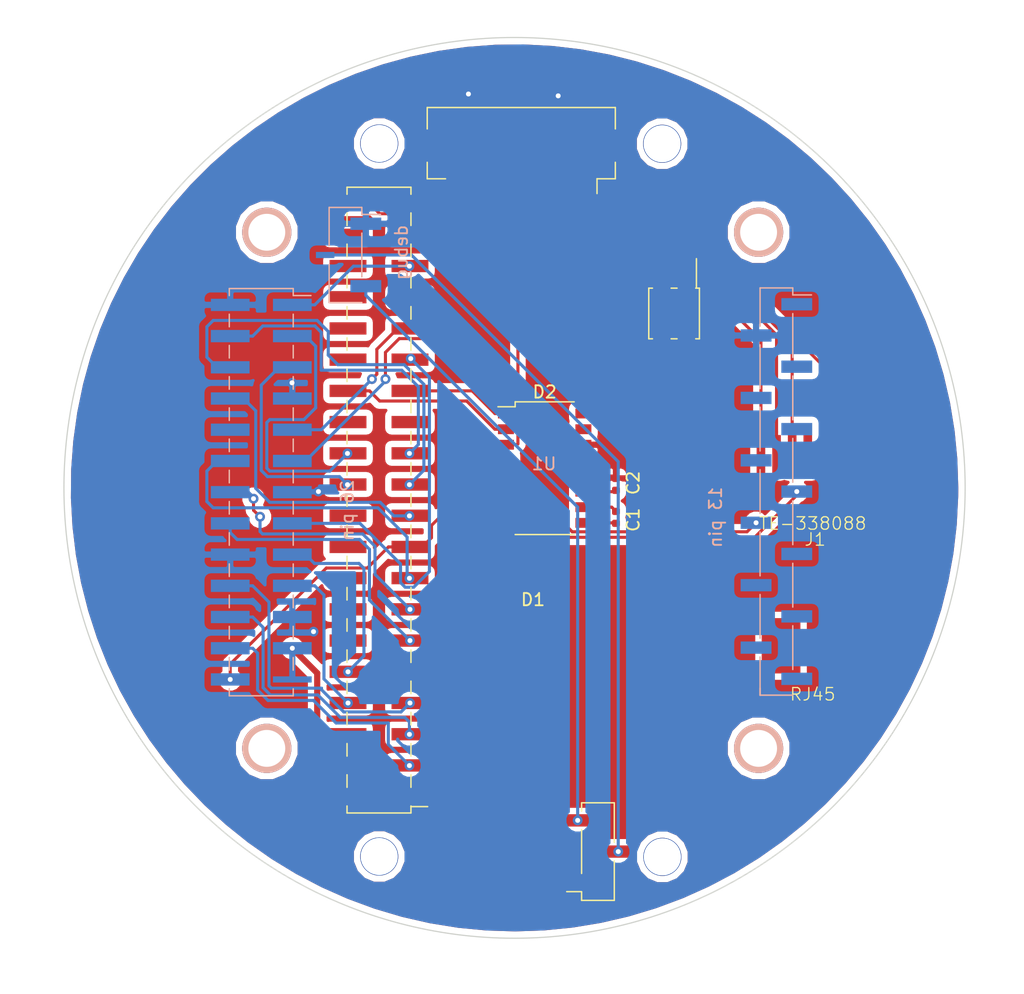
<source format=kicad_pcb>
(kicad_pcb (version 20171130) (host pcbnew 6.0.0-rc1-unknown-15e0771~66~ubuntu16.04.1)
  (layers (0 F.Cu signal) (31 B.Cu signal) (34 B.Paste user) (35 F.Paste user) (36 B.SilkS user) (37 F.SilkS user) (38 B.Mask user) (39 F.Mask user) (44 Edge.Cuts user))
  (net 0 "")
  (net 1 5V)
  (net 2 3,3V)
  (net 3 SDA)
  (net 4 GND)
  (net 5 SCK)
  (net 6 UART1_TX)
  (net 7 PWM1)
  (net 8 UART1_RX)
  (net 9 UART2_RX)
  (net 10 UART2_TX)
  (net 11 PA03)
  (net 12 SPI1_MOSI)
  (net 13 PA02)
  (net 14 SPI1_MISO)
  (net 15 SPI1_CS)
  (net 16 SPI1_CLK)
  (net 17 PA18)
  (net 18 PA19)
  (net 19 PA07)
  (net 20 PA10)
  (net 21 TX)
  (net 22 RX)
  (net 23 "Net-(C1-Pad1)")
  (net 24 "Net-(C1-Pad2)")
  (net 25 "Net-(C2-Pad1)")
  (net 26 i2s_WS)
  (net 27 i2s_CLK)
  (net 28 i2s_SDI)
  (net 29 "Net-(D1-Pad45)")
  (net 30 "Net-(D1-Pad47)")
  (net 31 "Net-(D1-Pad44)")
  (net 32 "Net-(D1-Pad46)")
  (net 33 LL)
  (net 34 LR)
  (module imm:OPiZeroSMD (layer B.Cu) (at 187.8 102.4 180)
    (fp_text reference U1 (at 20.45 26.15 180) (layer B.SilkS) (effects (justify mirror)))
    (fp_text value OPiZero-imm_lib)
    (fp_text user debug (at 32.05 43.35 90) (layer B.SilkS) (effects (justify mirror)))
    (fp_text user "26 pin" (at 36.45 22.35 90) (layer B.SilkS) (effects (justify mirror)))
    (fp_text user "13 pin" (at 6.5 21.8 90) (layer B.SilkS) (effects (justify mirror)))
    (fp_line (start 40.85 40.42) (end 46.05 40.42) (layer B.SilkS) (width 0.12))
    (fp_line (start 40.85 7.28) (end 46.05 7.28) (layer B.SilkS) (width 0.12))
    (fp_line (start 39.41 39.85) (end 40.85 39.85) (layer B.SilkS) (width 0.12))
    (fp_line (start 40.85 40.42) (end 40.85 39.85) (layer B.SilkS) (width 0.12))
    (fp_line (start 46.05 40.42) (end 46.05 39.85) (layer B.SilkS) (width 0.12))
    (fp_line (start 40.85 7.85) (end 40.85 7.28) (layer B.SilkS) (width 0.12))
    (fp_line (start 46.05 7.85) (end 46.05 7.28) (layer B.SilkS) (width 0.12))
    (fp_line (start 40.85 38.33) (end 40.85 37.31) (layer B.SilkS) (width 0.12))
    (fp_line (start 46.05 38.33) (end 46.05 37.31) (layer B.SilkS) (width 0.12))
    (fp_line (start 40.85 35.79) (end 40.85 34.77) (layer B.SilkS) (width 0.12))
    (fp_line (start 46.05 35.79) (end 46.05 34.77) (layer B.SilkS) (width 0.12))
    (fp_line (start 40.85 33.25) (end 40.85 32.23) (layer B.SilkS) (width 0.12))
    (fp_line (start 46.05 33.25) (end 46.05 32.23) (layer B.SilkS) (width 0.12))
    (fp_line (start 40.85 30.71) (end 40.85 29.69) (layer B.SilkS) (width 0.12))
    (fp_line (start 46.05 30.71) (end 46.05 29.69) (layer B.SilkS) (width 0.12))
    (fp_line (start 40.85 28.17) (end 40.85 27.15) (layer B.SilkS) (width 0.12))
    (fp_line (start 46.05 28.17) (end 46.05 27.15) (layer B.SilkS) (width 0.12))
    (fp_line (start 40.85 25.63) (end 40.85 24.61) (layer B.SilkS) (width 0.12))
    (fp_line (start 46.05 25.63) (end 46.05 24.61) (layer B.SilkS) (width 0.12))
    (fp_line (start 40.85 23.09) (end 40.85 22.07) (layer B.SilkS) (width 0.12))
    (fp_line (start 46.05 23.09) (end 46.05 22.07) (layer B.SilkS) (width 0.12))
    (fp_line (start 40.85 20.55) (end 40.85 19.53) (layer B.SilkS) (width 0.12))
    (fp_line (start 46.05 20.55) (end 46.05 19.53) (layer B.SilkS) (width 0.12))
    (fp_line (start 40.85 18.01) (end 40.85 16.99) (layer B.SilkS) (width 0.12))
    (fp_line (start 46.05 18.01) (end 46.05 16.99) (layer B.SilkS) (width 0.12))
    (fp_line (start 40.85 15.47) (end 40.85 14.45) (layer B.SilkS) (width 0.12))
    (fp_line (start 46.05 15.47) (end 46.05 14.45) (layer B.SilkS) (width 0.12))
    (fp_line (start 40.85 12.93) (end 40.85 11.91) (layer B.SilkS) (width 0.12))
    (fp_line (start 46.05 12.93) (end 46.05 11.91) (layer B.SilkS) (width 0.12))
    (fp_line (start 40.85 10.39) (end 40.85 9.37) (layer B.SilkS) (width 0.12))
    (fp_line (start 46.05 10.39) (end 46.05 9.37) (layer B.SilkS) (width 0.12))
    (fp_line (start 0.22 40.47) (end 2.88 40.47) (layer B.SilkS) (width 0.12))
    (fp_line (start 0.22 7.33) (end 2.88 7.33) (layer B.SilkS) (width 0.12))
    (fp_line (start 2.88 40.47) (end 2.88 37.36) (layer B.SilkS) (width 0.12))
    (fp_line (start 0.22 39.9) (end -1.3 39.9) (layer B.SilkS) (width 0.12))
    (fp_line (start 0.22 40.47) (end 0.22 39.9) (layer B.SilkS) (width 0.12))
    (fp_line (start 2.88 7.9) (end 2.88 7.33) (layer B.SilkS) (width 0.12))
    (fp_line (start 2.88 35.84) (end 2.88 32.28) (layer B.SilkS) (width 0.12))
    (fp_line (start 2.88 30.76) (end 2.88 27.2) (layer B.SilkS) (width 0.12))
    (fp_line (start 2.88 25.68) (end 2.88 22.12) (layer B.SilkS) (width 0.12))
    (fp_line (start 2.88 20.6) (end 2.88 17.04) (layer B.SilkS) (width 0.12))
    (fp_line (start 2.88 15.52) (end 2.88 11.96) (layer B.SilkS) (width 0.12))
    (fp_line (start 2.88 10.44) (end 2.88 7.33) (layer B.SilkS) (width 0.12))
    (fp_line (start 0.22 38.38) (end 0.22 34.82) (layer B.SilkS) (width 0.12))
    (fp_line (start 0.22 33.3) (end 0.22 29.74) (layer B.SilkS) (width 0.12))
    (fp_line (start 0.22 28.22) (end 0.22 24.66) (layer B.SilkS) (width 0.12))
    (fp_line (start 0.22 23.14) (end 0.22 19.58) (layer B.SilkS) (width 0.12))
    (fp_line (start 0.22 18.06) (end 0.22 14.5) (layer B.SilkS) (width 0.12))
    (fp_line (start 0.22 12.98) (end 0.22 9.42) (layer B.SilkS) (width 0.12))
    (fp_line (start 35.27 47.02) (end 37.93 47.02) (layer B.SilkS) (width 0.12))
    (fp_line (start 35.27 39.28) (end 37.93 39.28) (layer B.SilkS) (width 0.12))
    (fp_line (start 37.93 47.02) (end 37.93 43.91) (layer B.SilkS) (width 0.12))
    (fp_line (start 35.27 46.45) (end 33.75 46.45) (layer B.SilkS) (width 0.12))
    (fp_line (start 35.27 47.02) (end 35.27 46.45) (layer B.SilkS) (width 0.12))
    (fp_line (start 37.93 39.85) (end 37.93 39.28) (layer B.SilkS) (width 0.12))
    (fp_line (start 37.93 42.39) (end 37.93 39.28) (layer B.SilkS) (width 0.12))
    (fp_line (start 35.27 44.93) (end 35.27 41.37) (layer B.SilkS) (width 0.12))
    (pad "" thru_hole circle (at 43 45 180) (size 4 4) (drill 3) (layers *.Cu *.Mask B.SilkS))
    (pad 126 smd rect (at 40.925 39.09 180) (size 3.15 1) (layers B.Cu B.Paste B.Mask) (net 20 PA10))
    (pad 125 smd rect (at 45.975 39.09 180) (size 3.15 1) (layers B.Cu B.Paste B.Mask) (net 4 GND))
    (pad 124 smd rect (at 40.925 36.55 180) (size 3.15 1) (layers B.Cu B.Paste B.Mask) (net 15 SPI1_CS))
    (pad 123 smd rect (at 45.975 36.55 180) (size 3.15 1) (layers B.Cu B.Paste B.Mask) (net 16 SPI1_CLK))
    (pad 122 smd rect (at 40.925 34.01 180) (size 3.15 1) (layers B.Cu B.Paste B.Mask) (net 13 PA02))
    (pad 121 smd rect (at 45.975 34.01 180) (size 3.15 1) (layers B.Cu B.Paste B.Mask) (net 14 SPI1_MISO))
    (pad 120 smd rect (at 40.925 31.47 180) (size 3.15 1) (layers B.Cu B.Paste B.Mask) (net 4 GND))
    (pad 119 smd rect (at 45.975 31.47 180) (size 3.15 1) (layers B.Cu B.Paste B.Mask) (net 12 SPI1_MOSI))
    (pad 118 smd rect (at 40.925 28.93 180) (size 3.15 1) (layers B.Cu B.Paste B.Mask) (net 17 PA18))
    (pad 117 smd rect (at 45.975 28.93 180) (size 3.15 1) (layers B.Cu B.Paste B.Mask))
    (pad 116 smd rect (at 40.925 26.39 180) (size 3.15 1) (layers B.Cu B.Paste B.Mask) (net 18 PA19))
    (pad 115 smd rect (at 45.975 26.39 180) (size 3.15 1) (layers B.Cu B.Paste B.Mask) (net 11 PA03))
    (pad 114 smd rect (at 40.925 23.85 180) (size 3.15 1) (layers B.Cu B.Paste B.Mask) (net 4 GND))
    (pad 113 smd rect (at 45.975 23.85 180) (size 3.15 1) (layers B.Cu B.Paste B.Mask) (net 10 UART2_TX))
    (pad 112 smd rect (at 40.925 21.31 180) (size 3.15 1) (layers B.Cu B.Paste B.Mask) (net 19 PA07))
    (pad 111 smd rect (at 45.975 21.31 180) (size 3.15 1) (layers B.Cu B.Paste B.Mask) (net 9 UART2_RX))
    (pad 110 smd rect (at 40.925 18.77 180) (size 3.15 1) (layers B.Cu B.Paste B.Mask) (net 8 UART1_RX))
    (pad 109 smd rect (at 45.975 18.77 180) (size 3.15 1) (layers B.Cu B.Paste B.Mask) (net 4 GND))
    (pad 108 smd rect (at 40.925 16.23 180) (size 3.15 1) (layers B.Cu B.Paste B.Mask) (net 6 UART1_TX))
    (pad 107 smd rect (at 45.975 16.23 180) (size 3.15 1) (layers B.Cu B.Paste B.Mask) (net 7 PWM1))
    (pad 106 smd rect (at 40.925 13.69 180) (size 3.15 1) (layers B.Cu B.Paste B.Mask) (net 4 GND))
    (pad 105 smd rect (at 45.975 13.69 180) (size 3.15 1) (layers B.Cu B.Paste B.Mask) (net 5 SCK))
    (pad 104 smd rect (at 40.925 11.15 180) (size 3.15 1) (layers B.Cu B.Paste B.Mask) (net 1 5V))
    (pad 103 smd rect (at 45.975 11.15 180) (size 3.15 1) (layers B.Cu B.Paste B.Mask) (net 3 SDA))
    (pad 102 smd rect (at 40.925 8.61 180) (size 3.15 0.5) (layers B.Cu B.Paste B.Mask) (net 1 5V))
    (pad 101 smd rect (at 45.975 8.61 180) (size 3.15 1) (layers B.Cu B.Paste B.Mask) (net 2 3,3V))
    (pad 1 smd rect (at -0.105 39.14 180) (size 2.51 1) (layers B.Cu B.Paste B.Mask))
    (pad 3 smd rect (at -0.105 34.06 180) (size 2.51 1) (layers B.Cu B.Paste B.Mask))
    (pad 5 smd rect (at -0.105 28.98 180) (size 2.51 1) (layers B.Cu B.Paste B.Mask))
    (pad 7 smd rect (at -0.105 23.9 180) (size 2.51 1) (layers B.Cu B.Paste B.Mask) (net 34 LR))
    (pad 9 smd rect (at -0.105 18.82 180) (size 2.51 1) (layers B.Cu B.Paste B.Mask))
    (pad 11 smd rect (at -0.105 13.74 180) (size 2.51 1) (layers B.Cu B.Paste B.Mask))
    (pad 13 smd rect (at -0.105 8.66 180) (size 2.51 1) (layers B.Cu B.Paste B.Mask))
    (pad 2 smd rect (at 3.205 36.6 180) (size 2.51 1) (layers B.Cu B.Paste B.Mask) (net 4 GND))
    (pad 4 smd rect (at 3.205 31.52 180) (size 2.51 1) (layers B.Cu B.Paste B.Mask))
    (pad 6 smd rect (at 3.205 26.44 180) (size 2.51 1) (layers B.Cu B.Paste B.Mask))
    (pad 8 smd rect (at 3.205 21.36 180) (size 2.51 1) (layers B.Cu B.Paste B.Mask) (net 33 LL))
    (pad 10 smd rect (at 3.205 16.28 180) (size 2.51 1) (layers B.Cu B.Paste B.Mask))
    (pad 12 smd rect (at 3.205 11.2 180) (size 2.51 1) (layers B.Cu B.Paste B.Mask))
    (pad 201 smd rect (at 34.945 45.69 180) (size 2.51 1) (layers B.Cu B.Paste B.Mask) (net 4 GND))
    (pad 203 smd rect (at 34.945 40.61 180) (size 2.51 1) (layers B.Cu B.Paste B.Mask) (net 21 TX))
    (pad 202 smd rect (at 38.255 43.15 180) (size 1.5 0.5) (layers B.Cu B.Paste B.Mask) (net 22 RX))
    (pad "" thru_hole circle (at 3 45 180) (size 4 4) (drill 3) (layers *.Cu *.Mask B.SilkS))
    (pad "" thru_hole circle (at 3 3 180) (size 4 4) (drill 3) (layers *.Cu *.Mask B.SilkS))
    (pad "" thru_hole circle (at 43 3 180) (size 4 4) (drill 3) (layers *.Cu *.Mask B.SilkS))
  )
  (module Capacitor_SMD:C_0402_1005Metric (layer F.Cu) (at 173.2 80.6 270)
    (fp_text reference C1 (at 0.2 -1.4 270) (layer F.SilkS))
    (fp_text value "1 µF")
    (pad 1 smd roundrect (at -0.485 0 270) (size 0.59 0.64) (layers F.Cu F.Paste F.Mask) (net 23 "Net-(C1-Pad1)"))
    (pad 2 smd roundrect (at 0.485 0 270) (size 0.59 0.64) (layers F.Cu F.Paste F.Mask) (net 24 "Net-(C1-Pad2)"))
  )
  (module Capacitor_SMD:C_0402_1005Metric (layer F.Cu) (at 173.2 77.915 90)
    (fp_text reference C2 (at 0.115 1.4 90) (layer F.SilkS))
    (fp_text value "1 µF")
    (pad 2 smd roundrect (at 0.485 0 90) (size 0.59 0.64) (layers F.Cu F.Paste F.Mask) (net 4 GND))
    (pad 1 smd roundrect (at -0.485 0 90) (size 0.59 0.64) (layers F.Cu F.Paste F.Mask) (net 25 "Net-(C2-Pad1)"))
  )
  (module imm:BananaPiZeroSMD (layer F.Cu) (at 164.043863 47.988299)
    (fp_text reference D1 (at 2.406137 39.311701 180) (layer F.SilkS))
    (fp_text value BananaPiZero)
    (fp_line (start -7.518862 56.66908) (end -12.718862 56.66908) (layer F.SilkS) (width 0.12))
    (fp_line (start -12.718862 56.66908) (end -12.718862 56.09908) (layer F.SilkS) (width 0.12))
    (fp_line (start -12.718862 54.57908) (end -12.718862 53.55908) (layer F.SilkS) (width 0.12))
    (fp_line (start -12.718862 52.03908) (end -12.718862 51.01908) (layer F.SilkS) (width 0.12))
    (fp_line (start -12.718862 49.49908) (end -12.718862 48.47908) (layer F.SilkS) (width 0.12))
    (fp_line (start -12.718862 46.95908) (end -12.718862 45.93908) (layer F.SilkS) (width 0.12))
    (fp_line (start -12.718862 44.41908) (end -12.718862 43.39908) (layer F.SilkS) (width 0.12))
    (fp_line (start -12.718862 41.87908) (end -12.718862 40.85908) (layer F.SilkS) (width 0.12))
    (fp_line (start -12.718862 39.33908) (end -12.718862 38.31908) (layer F.SilkS) (width 0.12))
    (fp_line (start -12.718862 36.79908) (end -12.718862 35.77908) (layer F.SilkS) (width 0.12))
    (fp_line (start -12.718862 34.25908) (end -12.718862 33.23908) (layer F.SilkS) (width 0.12))
    (fp_line (start -12.718862 31.71908) (end -12.718862 30.69908) (layer F.SilkS) (width 0.12))
    (fp_line (start -12.718862 29.17908) (end -12.718862 28.15908) (layer F.SilkS) (width 0.12))
    (fp_line (start -12.718862 26.63908) (end -12.718862 25.61908) (layer F.SilkS) (width 0.12))
    (fp_line (start -12.718862 24.09908) (end -12.718862 23.07908) (layer F.SilkS) (width 0.12))
    (fp_line (start -12.718862 21.55908) (end -12.718862 20.53908) (layer F.SilkS) (width 0.12))
    (fp_line (start -12.718862 19.01908) (end -12.718862 17.99908) (layer F.SilkS) (width 0.12))
    (fp_line (start -12.718862 16.47908) (end -12.718862 15.45908) (layer F.SilkS) (width 0.12))
    (fp_line (start -12.718862 13.93908) (end -12.718862 12.91908) (layer F.SilkS) (width 0.12))
    (fp_line (start -12.718862 11.39908) (end -12.718862 10.37908) (layer F.SilkS) (width 0.12))
    (fp_line (start -12.718862 8.85908) (end -12.718862 7.83908) (layer F.SilkS) (width 0.12))
    (fp_line (start -12.718862 6.31908) (end -12.718862 5.74908) (layer F.SilkS) (width 0.12))
    (fp_line (start -7.518862 5.74908) (end -12.718862 5.74908) (layer F.SilkS) (width 0.12))
    (fp_line (start -7.518862 56.66908) (end -7.518862 56.09908) (layer F.SilkS) (width 0.12))
    (fp_line (start -7.518862 54.57908) (end -7.518862 53.55908) (layer F.SilkS) (width 0.12))
    (fp_line (start -7.518862 52.03908) (end -7.518862 51.01908) (layer F.SilkS) (width 0.12))
    (fp_line (start -7.518862 49.49908) (end -7.518862 48.47908) (layer F.SilkS) (width 0.12))
    (fp_line (start -7.518862 46.95908) (end -7.518862 45.93908) (layer F.SilkS) (width 0.12))
    (fp_line (start -7.518862 44.41908) (end -7.518862 43.39908) (layer F.SilkS) (width 0.12))
    (fp_line (start -7.518862 41.87908) (end -7.518862 40.85908) (layer F.SilkS) (width 0.12))
    (fp_line (start -7.518862 39.33908) (end -7.518862 38.31908) (layer F.SilkS) (width 0.12))
    (fp_line (start -7.518862 36.79908) (end -7.518862 35.77908) (layer F.SilkS) (width 0.12))
    (fp_line (start -7.518862 34.25908) (end -7.518862 33.23908) (layer F.SilkS) (width 0.12))
    (fp_line (start -7.518862 31.71908) (end -7.518862 30.69908) (layer F.SilkS) (width 0.12))
    (fp_line (start -7.518862 29.17908) (end -7.518862 28.15908) (layer F.SilkS) (width 0.12))
    (fp_line (start -7.518862 26.63908) (end -7.518862 25.61908) (layer F.SilkS) (width 0.12))
    (fp_line (start -7.518862 24.09908) (end -7.518862 23.07908) (layer F.SilkS) (width 0.12))
    (fp_line (start -7.518862 21.55908) (end -7.518862 20.53908) (layer F.SilkS) (width 0.12))
    (fp_line (start -7.518862 19.01908) (end -7.518862 17.99908) (layer F.SilkS) (width 0.12))
    (fp_line (start -7.518862 16.47908) (end -7.518862 15.45908) (layer F.SilkS) (width 0.12))
    (fp_line (start -7.518862 13.93908) (end -7.518862 12.91908) (layer F.SilkS) (width 0.12))
    (fp_line (start -7.518862 11.39908) (end -7.518862 10.37908) (layer F.SilkS) (width 0.12))
    (fp_line (start -7.518862 8.85908) (end -7.518862 7.83908) (layer F.SilkS) (width 0.12))
    (fp_line (start -7.518862 6.31908) (end -7.518862 5.74908) (layer F.SilkS) (width 0.12))
    (fp_line (start -6.16 56.15) (end -7.52 56.15) (layer F.SilkS) (width 0.12))
    (fp_line (start 6.36 55.84) (end 9.02 55.84) (layer F.SilkS) (width 0.12))
    (fp_line (start 9.02 55.84) (end 9.02 59.05) (layer F.SilkS) (width 0.12))
    (fp_line (start 9.02 60.57) (end 9.02 63.78) (layer F.SilkS) (width 0.12))
    (fp_line (start 6.36 63.78) (end 9.02 63.78) (layer F.SilkS) (width 0.12))
    (fp_line (start 6.36 55.84) (end 6.36 56.51) (layer F.SilkS) (width 0.12))
    (fp_line (start 6.36 58.03) (end 6.36 61.59) (layer F.SilkS) (width 0.12))
    (fp_line (start 6.36 63.11) (end 6.36 63.78) (layer F.SilkS) (width 0.12))
    (fp_line (start 5.15 63.07) (end 6.36 63.07) (layer F.SilkS) (width 0.12))
    (fp_line (start 11.823319 18.080729) (end 11.823319 13.960729) (layer F.SilkS) (width 0.12))
    (fp_line (start 11.823319 13.960729) (end 12.123319 13.960729) (layer F.SilkS) (width 0.12))
    (fp_line (start 13.643319 13.960729) (end 14.123319 13.960729) (layer F.SilkS) (width 0.12))
    (fp_line (start 15.643319 13.960729) (end 15.943319 13.960729) (layer F.SilkS) (width 0.12))
    (fp_line (start 15.943319 18.080729) (end 15.943319 13.960729) (layer F.SilkS) (width 0.12))
    (fp_line (start 11.823319 18.080729) (end 12.123319 18.080729) (layer F.SilkS) (width 0.12))
    (fp_line (start 13.643319 18.080729) (end 14.123319 18.080729) (layer F.SilkS) (width 0.12))
    (fp_line (start 15.643319 18.080729) (end 15.943319 18.080729) (layer F.SilkS) (width 0.12))
    (fp_line (start 15.7 13.94) (end 15.7 11.56) (layer F.SilkS) (width 0.12))
    (fp_line (start 7.614673 5.060361) (end 9.104673 5.060361) (layer F.SilkS) (width 0.12))
    (fp_line (start 9.104673 5.060361) (end 9.104673 3.720361) (layer F.SilkS) (width 0.12))
    (fp_line (start -4.705327 5.060361) (end -6.195327 5.060361) (layer F.SilkS) (width 0.12))
    (fp_line (start -6.195327 5.060361) (end -6.195327 3.720361) (layer F.SilkS) (width 0.12))
    (fp_line (start 9.104673 1.000361) (end 9.104673 -0.739639) (layer F.SilkS) (width 0.12))
    (fp_line (start 9.104673 -0.739639) (end -6.195327 -0.739639) (layer F.SilkS) (width 0.12))
    (fp_line (start -6.195327 -0.739639) (end -6.195327 1.000361) (layer F.SilkS) (width 0.12))
    (fp_line (start 7.614673 5.060361) (end 7.614673 6.260361) (layer F.SilkS) (width 0.12))
    (pad "" thru_hole circle (at -10.1 60.21) (size 3.1 3.1) (drill 3) (layers *.Cu *.Mask))
    (pad "" thru_hole circle (at 12.93 60.24) (size 3.1 3.1) (drill 3) (layers *.Cu *.Mask))
    (pad "" thru_hole circle (at -10.1 2.19) (size 3.1 3.1) (drill 3) (layers *.Cu *.Mask))
    (pad "" thru_hole circle (at 12.91 2.21) (size 3.1 3.1) (drill 3) (layers *.Cu *.Mask))
    (pad 2 smd rect (at -12.638862 55.33908 180) (size 3 1) (layers F.Cu F.Paste F.Mask))
    (pad 1 smd rect (at -7.598862 55.33908 180) (size 3 1) (layers F.Cu F.Paste F.Mask))
    (pad 4 smd rect (at -12.638862 52.79908 180) (size 3 1) (layers F.Cu F.Paste F.Mask) (net 1 5V))
    (pad 3 smd rect (at -7.598862 52.79908 180) (size 3 1) (layers F.Cu F.Paste F.Mask) (net 3 SDA))
    (pad 6 smd rect (at -12.638862 50.25908 180) (size 3 1) (layers F.Cu F.Paste F.Mask))
    (pad 5 smd rect (at -7.598862 50.25908 180) (size 3 1) (layers F.Cu F.Paste F.Mask) (net 5 SCK))
    (pad 8 smd rect (at -12.638862 47.71908 180) (size 3 1) (layers F.Cu F.Paste F.Mask) (net 6 UART1_TX))
    (pad 7 smd rect (at -7.598862 47.71908 180) (size 3 1) (layers F.Cu F.Paste F.Mask) (net 7 PWM1))
    (pad 10 smd rect (at -12.638862 45.17908 180) (size 3 1) (layers F.Cu F.Paste F.Mask) (net 8 UART1_RX))
    (pad 9 smd rect (at -7.598862 45.17908 180) (size 3 1) (layers F.Cu F.Paste F.Mask))
    (pad 12 smd rect (at -12.638862 42.63908 180) (size 3 1) (layers F.Cu F.Paste F.Mask))
    (pad 11 smd rect (at -7.598862 42.63908 180) (size 3 1) (layers F.Cu F.Paste F.Mask) (net 9 UART2_RX))
    (pad 14 smd rect (at -12.638862 40.09908 180) (size 3 1) (layers F.Cu F.Paste F.Mask))
    (pad 13 smd rect (at -7.598862 40.09908 180) (size 3 1) (layers F.Cu F.Paste F.Mask) (net 10 UART2_TX))
    (pad 16 smd rect (at -12.638862 37.55908 180) (size 3 1) (layers F.Cu F.Paste F.Mask))
    (pad 15 smd rect (at -7.598862 37.55908 180) (size 3 1) (layers F.Cu F.Paste F.Mask) (net 11 PA03))
    (pad 18 smd rect (at -12.638862 35.01908 180) (size 3 1) (layers F.Cu F.Paste F.Mask))
    (pad 17 smd rect (at -7.598862 35.01908 180) (size 3 1) (layers F.Cu F.Paste F.Mask) (net 2 3,3V))
    (pad 20 smd rect (at -12.638862 32.47908 180) (size 3 1) (layers F.Cu F.Paste F.Mask))
    (pad 19 smd rect (at -7.598862 32.47908 180) (size 3 1) (layers F.Cu F.Paste F.Mask) (net 12 SPI1_MOSI))
    (pad 22 smd rect (at -12.638862 29.93908 180) (size 3 1) (layers F.Cu F.Paste F.Mask) (net 13 PA02))
    (pad 21 smd rect (at -7.598862 29.93908 180) (size 3 1) (layers F.Cu F.Paste F.Mask) (net 14 SPI1_MISO))
    (pad 24 smd rect (at -12.638862 27.39908 180) (size 3 1) (layers F.Cu F.Paste F.Mask) (net 15 SPI1_CS))
    (pad 23 smd rect (at -7.598862 27.39908 180) (size 3 1) (layers F.Cu F.Paste F.Mask) (net 16 SPI1_CLK))
    (pad 26 smd rect (at -12.638862 24.85908 180) (size 3 1) (layers F.Cu F.Paste F.Mask))
    (pad 25 smd rect (at -7.598862 24.85908 180) (size 3 1) (layers F.Cu F.Paste F.Mask))
    (pad 28 smd rect (at -12.638862 22.31908 180) (size 3 1) (layers F.Cu F.Paste F.Mask) (net 26 i2s_WS))
    (pad 27 smd rect (at -7.598862 22.31908 180) (size 3 1) (layers F.Cu F.Paste F.Mask) (net 27 i2s_CLK))
    (pad 30 smd rect (at -12.638862 19.77908 180) (size 3 1) (layers F.Cu F.Paste F.Mask))
    (pad 29 smd rect (at -7.598862 19.77908 180) (size 3 1) (layers F.Cu F.Paste F.Mask) (net 19 PA07))
    (pad 32 smd rect (at -12.638862 17.23908 180) (size 3 1) (layers F.Cu F.Paste F.Mask))
    (pad 31 smd rect (at -7.598862 17.23908 180) (size 3 1) (layers F.Cu F.Paste F.Mask) (net 17 PA18))
    (pad 34 smd rect (at -12.638862 14.69908 180) (size 3 1) (layers F.Cu F.Paste F.Mask))
    (pad 33 smd rect (at -7.598862 14.69908 180) (size 3 1) (layers F.Cu F.Paste F.Mask) (net 18 PA19))
    (pad 36 smd rect (at -12.638862 12.15908 180) (size 3 1) (layers F.Cu F.Paste F.Mask))
    (pad 35 smd rect (at -7.598862 12.15908 180) (size 3 1) (layers F.Cu F.Paste F.Mask) (net 20 PA10))
    (pad 38 smd rect (at -12.638862 9.61908 180) (size 3 1) (layers F.Cu F.Paste F.Mask))
    (pad 37 smd rect (at -7.598862 9.61908 180) (size 3 1) (layers F.Cu F.Paste F.Mask))
    (pad 40 smd rect (at -12.638862 7.07908 180) (size 3 1) (layers F.Cu F.Paste F.Mask) (net 28 i2s_SDI))
    (pad 39 smd rect (at -7.598862 7.07908 180) (size 3 1) (layers F.Cu F.Paste F.Mask))
    (pad 43 smd rect (at 6.04 57.27) (size 1.9 1) (layers F.Cu F.Paste F.Mask) (net 21 TX))
    (pad 41 smd rect (at 6.04 62.35) (size 1.9 1) (layers F.Cu F.Paste F.Mask) (net 4 GND))
    (pad 42 smd rect (at 9.34 59.81) (size 1.9 1) (layers F.Cu F.Paste F.Mask) (net 22 RX))
    (pad 45 smd rect (at 12.883319 12.895729 90) (size 2.75 1) (layers F.Cu F.Paste F.Mask) (net 29 "Net-(D1-Pad45)"))
    (pad 47 smd rect (at 12.883319 19.145729 90) (size 2.75 1) (layers F.Cu F.Paste F.Mask) (net 30 "Net-(D1-Pad47)"))
    (pad 44 smd rect (at 14.883319 12.895729 90) (size 2.75 1) (layers F.Cu F.Paste F.Mask) (net 31 "Net-(D1-Pad44)"))
    (pad 46 smd rect (at 14.883319 19.145729 90) (size 2.75 1) (layers F.Cu F.Paste F.Mask) (net 32 "Net-(D1-Pad46)"))
    (pad MP smd rect (at -6.195327 2.360361 180) (size 1.8 2.2) (layers F.Cu F.Paste F.Mask))
    (pad MP smd rect (at 9.104673 2.360361 180) (size 1.8 2.2) (layers F.Cu F.Paste F.Mask))
    (pad 101 smd rect (at 7.204673 5.610361 180) (size 0.3 1.3) (layers F.Cu F.Paste F.Mask))
    (pad 102 smd rect (at 6.704673 5.610361 180) (size 0.3 1.3) (layers F.Cu F.Paste F.Mask))
    (pad 103 smd rect (at 6.204673 5.610361 180) (size 0.3 1.3) (layers F.Cu F.Paste F.Mask))
    (pad 104 smd rect (at 5.704673 5.610361 180) (size 0.3 1.3) (layers F.Cu F.Paste F.Mask))
    (pad 105 smd rect (at 5.204673 5.610361 180) (size 0.3 1.3) (layers F.Cu F.Paste F.Mask))
    (pad 106 smd rect (at 4.704673 5.610361 180) (size 0.3 1.3) (layers F.Cu F.Paste F.Mask))
    (pad 107 smd rect (at 4.204673 5.610361 180) (size 0.3 1.3) (layers F.Cu F.Paste F.Mask))
    (pad 108 smd rect (at 3.704673 5.610361 180) (size 0.3 1.3) (layers F.Cu F.Paste F.Mask))
    (pad 109 smd rect (at 3.204673 5.610361 180) (size 0.3 1.3) (layers F.Cu F.Paste F.Mask))
    (pad 110 smd rect (at 2.704673 5.610361 180) (size 0.3 1.3) (layers F.Cu F.Paste F.Mask))
    (pad 111 smd rect (at 2.204673 5.610361 180) (size 0.3 1.3) (layers F.Cu F.Paste F.Mask))
    (pad 112 smd rect (at 1.704673 5.610361 180) (size 0.3 1.3) (layers F.Cu F.Paste F.Mask))
    (pad 113 smd rect (at 1.204673 5.610361 180) (size 0.3 1.3) (layers F.Cu F.Paste F.Mask))
    (pad 114 smd rect (at 0.704673 5.610361 180) (size 0.3 1.3) (layers F.Cu F.Paste F.Mask))
    (pad 115 smd rect (at 0.204673 5.610361 180) (size 0.3 1.3) (layers F.Cu F.Paste F.Mask))
    (pad 116 smd rect (at -0.295327 5.610361 180) (size 0.3 1.3) (layers F.Cu F.Paste F.Mask))
    (pad 117 smd rect (at -0.795327 5.610361 180) (size 0.3 1.3) (layers F.Cu F.Paste F.Mask))
    (pad 118 smd rect (at -1.295327 5.610361 180) (size 0.3 1.3) (layers F.Cu F.Paste F.Mask))
    (pad 119 smd rect (at -1.795327 5.610361 180) (size 0.3 1.3) (layers F.Cu F.Paste F.Mask))
    (pad 120 smd rect (at -2.295327 5.610361 180) (size 0.3 1.3) (layers F.Cu F.Paste F.Mask))
    (pad 121 smd rect (at -2.795327 5.610361 180) (size 0.3 1.3) (layers F.Cu F.Paste F.Mask))
    (pad 122 smd rect (at -3.295327 5.610361 180) (size 0.3 1.3) (layers F.Cu F.Paste F.Mask))
    (pad 123 smd rect (at -3.795327 5.610361 180) (size 0.3 1.3) (layers F.Cu F.Paste F.Mask))
    (pad 124 smd rect (at -4.295327 5.610361 180) (size 0.3 1.3) (layers F.Cu F.Paste F.Mask))
  )
  (module Package_SO:SOP-16_4.4x10.4mm_P1.27mm (layer F.Cu) (at 167.4 76.6)
    (fp_text reference D2 (at 0 -6.2) (layer F.SilkS))
    (fp_text value ES9023)
    (fp_line (start -2.4 -5.4) (end -2.4 -5) (layer F.SilkS) (width 0.12))
    (fp_line (start -2.4 -5) (end -3.8 -5) (layer F.SilkS) (width 0.12))
    (fp_line (start -2.4 -5.4) (end 2.4 -5.4) (layer F.SilkS) (width 0.12))
    (fp_line (start -2.4 5.4) (end 2.4 5.4) (layer F.SilkS) (width 0.12))
    (pad 1 smd rect (at -3.15 -4.45) (size 1.3 0.8) (layers F.Cu F.Paste F.Mask) (net 27 i2s_CLK))
    (pad 2 smd rect (at -3.15 -3.17) (size 1.3 0.8) (layers F.Cu F.Paste F.Mask) (net 26 i2s_WS))
    (pad 3 smd rect (at -3.15 -1.91) (size 1.3 0.8) (layers F.Cu F.Paste F.Mask) (net 28 i2s_SDI))
    (pad 4 smd rect (at -3.15 -0.64) (size 1.3 0.8) (layers F.Cu F.Paste F.Mask))
    (pad 5 smd rect (at -3.15 0.64) (size 1.3 0.8) (layers F.Cu F.Paste F.Mask) (net 2 3,3V))
    (pad 6 smd rect (at -3.15 1.91) (size 1.3 0.8) (layers F.Cu F.Paste F.Mask) (net 2 3,3V))
    (pad 7 smd rect (at -3.15 3.17) (size 1.3 0.8) (layers F.Cu F.Paste F.Mask) (net 33 LL))
    (pad 8 smd rect (at -3.15 4.45) (size 1.3 0.8) (layers F.Cu F.Paste F.Mask) (net 34 LR))
    (pad 9 smd rect (at 3.15 4.45) (size 1.3 0.8) (layers F.Cu F.Paste F.Mask) (net 24 "Net-(C1-Pad2)"))
    (pad 10 smd rect (at 3.15 3.17) (size 1.3 0.8) (layers F.Cu F.Paste F.Mask) (net 23 "Net-(C1-Pad1)"))
    (pad 11 smd rect (at 3.15 1.91) (size 1.3 0.8) (layers F.Cu F.Paste F.Mask) (net 25 "Net-(C2-Pad1)"))
    (pad 12 smd rect (at 3.15 0.64) (size 1.3 0.8) (layers F.Cu F.Paste F.Mask) (net 4 GND))
    (pad 13 smd rect (at 3.15 -0.64) (size 1.3 0.8) (layers F.Cu F.Paste F.Mask))
    (pad 14 smd rect (at 3.15 -1.91) (size 1.3 0.8) (layers F.Cu F.Paste F.Mask) (net 4 GND))
    (pad 15 smd rect (at 3.15 -3.17) (size 1.3 0.8) (layers F.Cu F.Paste F.Mask))
    (pad 16 smd rect (at 3.15 -4.45) (size 1.3 0.8) (layers F.Cu F.Paste F.Mask))
  )
  (module shardy:RJ45-TE-338088 (layer F.Cu) (at 189.4 84.2 90)
    (fp_text reference J1 (at 1.80086 0 180) (layer F.SilkS) (effects (font (size 1.016 1.016) (thickness 0.1016))))
    (fp_text value RJ45 (at -10.80008 -0.20066 180) (layer F.SilkS) (effects (font (size 1.016 1.016) (thickness 0.1016))))
    (fp_text user TE-338088 (at 3.0988 -0.19812 180) (layer F.SilkS) (effects (font (size 1.016 1.016) (thickness 0.1016))))
    (pad 4 smd rect (at 8.6995 -0.59944 90) (size 3.2004 0.70104) (layers F.Cu F.Paste F.Mask))
    (pad 5 smd rect (at 8.6995 0.67056 90) (size 3.2004 0.70104) (layers F.Cu F.Paste F.Mask))
    (pad 3 smd rect (at 8.6995 -1.86944 90) (size 3.2004 0.70104) (layers F.Cu F.Paste F.Mask) (net 30 "Net-(D1-Pad47)"))
    (pad 6 smd rect (at 8.6995 1.94056 90) (size 3.2004 0.70104) (layers F.Cu F.Paste F.Mask) (net 32 "Net-(D1-Pad46)"))
    (pad 1 smd rect (at 8.6995 -4.40944 90) (size 3.2004 0.70104) (layers F.Cu F.Paste F.Mask) (net 31 "Net-(D1-Pad44)"))
    (pad 2 smd rect (at 8.6995 -3.13944 90) (size 3.2004 0.70104) (layers F.Cu F.Paste F.Mask) (net 29 "Net-(D1-Pad45)"))
    (pad 7 smd rect (at 8.6995 3.21056 90) (size 3.2004 0.70104) (layers F.Cu F.Paste F.Mask))
    (pad 8 smd rect (at 8.6995 4.48056 90) (size 3.2004 0.70104) (layers F.Cu F.Paste F.Mask))
    (pad 9 smd rect (at -6.85038 -2.77368 90) (size 4.50088 3.1496) (layers F.Cu F.Paste F.Mask))
    (pad 9 smd rect (at -6.85038 2.97688 90) (size 4.50088 3.1496) (layers F.Cu F.Paste F.Mask))
  )
  (gr_circle (center 164.95 78.2) (end 201.6 78.2) (layer Edge.Cuts) (width 0.1))
  (segment (start 146.875 91.25) (end 146.875 93.79) (width 0.5) (layer B.Cu) (net 1))
  (segment (start 149.405001 100.787379) (end 148.9 100.282378) (width 0.5) (layer F.Cu) (net 1))
  (segment (start 151.405001 100.787379) (end 149.405001 100.787379) (width 0.5) (layer F.Cu) (net 1))
  (via (at 146.875 91.25) (size 0.8) (drill 0.4) (layers F.Cu B.Cu) (net 1))
  (segment (start 148.9 93.275) (end 146.875 91.25) (width 0.5) (layer F.Cu) (net 1))
  (segment (start 148.9 100.282378) (end 148.9 93.275) (width 0.5) (layer F.Cu) (net 1))
  (segment (start 164.25 77.24) (end 164.25 78.51) (width 0.25) (layer F.Cu) (net 2))
  (segment (start 158.195001 82.257379) (end 157.445001 83.007379) (width 0.25) (layer F.Cu) (net 2))
  (segment (start 158.195001 81.257379) (end 158.195001 82.257379) (width 0.25) (layer F.Cu) (net 2))
  (segment (start 160.94238 78.51) (end 158.195001 81.257379) (width 0.25) (layer F.Cu) (net 2))
  (segment (start 157.445001 83.007379) (end 156.445001 83.007379) (width 0.25) (layer F.Cu) (net 2))
  (segment (start 164.25 78.51) (end 160.94238 78.51) (width 0.25) (layer F.Cu) (net 2))
  (via (at 141.825 93.79) (size 0.8) (drill 0.4) (layers F.Cu B.Cu) (net 2))
  (segment (start 141.825 92.542378) (end 141.825 93.79) (width 0.25) (layer F.Cu) (net 2))
  (segment (start 149.645 84.722378) (end 141.825 92.542378) (width 0.25) (layer F.Cu) (net 2))
  (segment (start 152.980002 84.722378) (end 149.645 84.722378) (width 0.25) (layer F.Cu) (net 2))
  (segment (start 154.695001 83.007379) (end 152.980002 84.722378) (width 0.25) (layer F.Cu) (net 2))
  (segment (start 156.445001 83.007379) (end 154.695001 83.007379) (width 0.25) (layer F.Cu) (net 2))
  (via (at 156.401138 100.79908) (size 0.8) (drill 0.4) (layers F.Cu B.Cu) (net 3))
  (segment (start 154.6824 97.3324) (end 154.6824 99.080342) (width 0.25) (layer B.Cu) (net 3))
  (segment (start 150.4324 97.3324) (end 154.6824 97.3324) (width 0.25) (layer B.Cu) (net 3))
  (segment (start 144.90001 95.50001) (end 148.60001 95.50001) (width 0.25) (layer B.Cu) (net 3))
  (segment (start 141.825 91.25) (end 143.65 91.25) (width 0.25) (layer B.Cu) (net 3))
  (segment (start 154.6824 99.080342) (end 156.401138 100.79908) (width 0.25) (layer B.Cu) (net 3))
  (segment (start 143.65 91.25) (end 144.04999 91.64999) (width 0.25) (layer B.Cu) (net 3))
  (segment (start 144.04999 91.64999) (end 144.04999 94.64999) (width 0.25) (layer B.Cu) (net 3))
  (segment (start 148.60001 95.50001) (end 150.4324 97.3324) (width 0.25) (layer B.Cu) (net 3))
  (segment (start 144.04999 94.64999) (end 144.90001 95.50001) (width 0.25) (layer B.Cu) (net 3))
  (via (at 148.6 89.9) (size 0.8) (drill 0.4) (layers F.Cu B.Cu) (net 4))
  (via (at 149 78.5) (size 0.8) (drill 0.4) (layers F.Cu B.Cu) (net 4))
  (via (at 146.85 69.65) (size 0.8) (drill 0.4) (layers F.Cu B.Cu) (net 4))
  (via (at 156.401138 98.25908) (size 0.8) (drill 0.4) (layers F.Cu B.Cu) (net 5))
  (segment (start 143.65 88.71) (end 144.5 89.56) (width 0.25) (layer B.Cu) (net 5))
  (segment (start 141.825 88.71) (end 143.65 88.71) (width 0.25) (layer B.Cu) (net 5))
  (segment (start 144.5 94.461412) (end 145.088588 95.05) (width 0.25) (layer B.Cu) (net 5))
  (segment (start 144.5 89.56) (end 144.5 94.461412) (width 0.25) (layer B.Cu) (net 5))
  (segment (start 145.088588 95.05) (end 148.95 95.05) (width 0.25) (layer B.Cu) (net 5))
  (segment (start 150.78239 96.88239) (end 156.03239 96.88239) (width 0.25) (layer B.Cu) (net 5))
  (segment (start 148.95 95.05) (end 150.78239 96.88239) (width 0.25) (layer B.Cu) (net 5))
  (segment (start 156.401138 97.251138) (end 156.401138 98.25908) (width 0.25) (layer B.Cu) (net 5))
  (segment (start 156.03239 96.88239) (end 156.401138 97.251138) (width 0.25) (layer B.Cu) (net 5))
  (segment (start 148.7 86.17) (end 149.45 86.92) (width 0.25) (layer B.Cu) (net 6))
  (segment (start 146.875 86.17) (end 148.7 86.17) (width 0.25) (layer B.Cu) (net 6))
  (via (at 151.405001 95.707379) (size 0.8) (drill 0.4) (layers F.Cu B.Cu) (net 6))
  (segment (start 149.45 93.752378) (end 151.405001 95.707379) (width 0.25) (layer B.Cu) (net 6))
  (segment (start 149.45 86.92) (end 149.45 93.752378) (width 0.25) (layer B.Cu) (net 6))
  (segment (start 144.974999 94.300001) (end 145.174998 94.5) (width 0.25) (layer B.Cu) (net 7))
  (segment (start 144.974999 87.494999) (end 144.974999 94.300001) (width 0.25) (layer B.Cu) (net 7))
  (segment (start 143.65 86.17) (end 144.974999 87.494999) (width 0.25) (layer B.Cu) (net 7))
  (segment (start 141.825 86.17) (end 143.65 86.17) (width 0.25) (layer B.Cu) (net 7))
  (segment (start 145.174998 94.5) (end 149.25 94.5) (width 0.25) (layer B.Cu) (net 7))
  (via (at 156.445001 95.707379) (size 0.8) (drill 0.4) (layers F.Cu B.Cu) (net 7))
  (segment (start 149.25 94.5) (end 149.25 94.62538) (width 0.25) (layer B.Cu) (net 7))
  (segment (start 149.25 94.62538) (end 151.057 96.43238) (width 0.25) (layer B.Cu) (net 7))
  (segment (start 155.72 96.43238) (end 156.445001 95.707379) (width 0.25) (layer B.Cu) (net 7))
  (segment (start 151.057 96.43238) (end 155.72 96.43238) (width 0.25) (layer B.Cu) (net 7))
  (segment (start 147.95 83.63) (end 148.67 84.35) (width 0.25) (layer B.Cu) (net 8))
  (segment (start 146.875 83.63) (end 147.95 83.63) (width 0.25) (layer B.Cu) (net 8))
  (segment (start 148.67 84.35) (end 152.3 84.35) (width 0.25) (layer B.Cu) (net 8))
  (segment (start 152.3 84.35) (end 152.69998 84.74998) (width 0.25) (layer B.Cu) (net 8))
  (via (at 151.405001 93.167379) (size 0.8) (drill 0.4) (layers F.Cu B.Cu) (net 8))
  (segment (start 152.69998 91.8724) (end 151.405001 93.167379) (width 0.25) (layer B.Cu) (net 8))
  (segment (start 152.69998 84.74998) (end 152.69998 91.8724) (width 0.25) (layer B.Cu) (net 8))
  (segment (start 153.14999 87.332368) (end 156.445001 90.627379) (width 0.25) (layer B.Cu) (net 9))
  (segment (start 152.35001 82.40001) (end 153.14999 83.19999) (width 0.25) (layer B.Cu) (net 9))
  (via (at 156.445001 90.627379) (size 0.8) (drill 0.4) (layers F.Cu B.Cu) (net 9))
  (segment (start 141.825 81.09) (end 141.825 81.84) (width 0.25) (layer B.Cu) (net 9))
  (segment (start 153.14999 83.19999) (end 153.14999 87.332368) (width 0.25) (layer B.Cu) (net 9))
  (segment (start 141.825 81.84) (end 142.38501 82.40001) (width 0.25) (layer B.Cu) (net 9))
  (segment (start 142.38501 82.40001) (end 152.35001 82.40001) (width 0.25) (layer B.Cu) (net 9))
  (via (at 143.719846 79.080154) (size 0.8) (drill 0.4) (layers F.Cu B.Cu) (net 10))
  (segment (start 143.3 78.55) (end 143.8 79.05) (width 0.25) (layer B.Cu) (net 10))
  (segment (start 141.825 78.55) (end 143.3 78.55) (width 0.25) (layer B.Cu) (net 10))
  (via (at 144.25 80.550011) (size 0.8) (drill 0.4) (layers F.Cu B.Cu) (net 10))
  (segment (start 143.719846 80.019857) (end 144.25 80.550011) (width 0.25) (layer F.Cu) (net 10))
  (segment (start 143.719846 79.080154) (end 143.719846 80.019857) (width 0.25) (layer F.Cu) (net 10))
  (segment (start 144.25 81.75) (end 144.45 81.95) (width 0.25) (layer B.Cu) (net 10))
  (segment (start 144.25 80.550011) (end 144.25 81.75) (width 0.25) (layer B.Cu) (net 10))
  (segment (start 144.45 81.95) (end 152.6 81.95) (width 0.25) (layer B.Cu) (net 10))
  (segment (start 152.6 81.95) (end 153.6 82.95) (width 0.25) (layer B.Cu) (net 10))
  (via (at 156.445001 88.087379) (size 0.8) (drill 0.4) (layers F.Cu B.Cu) (net 10))
  (segment (start 153.6 85.242378) (end 156.445001 88.087379) (width 0.25) (layer B.Cu) (net 10))
  (segment (start 153.6 82.95) (end 153.6 85.242378) (width 0.25) (layer B.Cu) (net 10))
  (segment (start 153.838599 79.825011) (end 156.213588 82.2) (width 0.25) (layer B.Cu) (net 11))
  (segment (start 140.440009 79.825011) (end 153.838599 79.825011) (width 0.25) (layer B.Cu) (net 11))
  (segment (start 141.825 76.01) (end 140.75 76.01) (width 0.25) (layer B.Cu) (net 11))
  (segment (start 140.75 76.01) (end 139.924999 76.835001) (width 0.25) (layer B.Cu) (net 11))
  (segment (start 139.924999 76.835001) (end 139.924999 79.310001) (width 0.25) (layer B.Cu) (net 11))
  (segment (start 139.924999 79.310001) (end 140.440009 79.825011) (width 0.25) (layer B.Cu) (net 11))
  (via (at 156.401138 85.55908) (size 0.8) (drill 0.4) (layers F.Cu B.Cu) (net 11))
  (segment (start 156.213588 85.37153) (end 156.401138 85.55908) (width 0.25) (layer B.Cu) (net 11))
  (segment (start 156.213588 82.2) (end 156.213588 85.37153) (width 0.25) (layer B.Cu) (net 11))
  (segment (start 145.039999 79.375001) (end 154.024999 79.375001) (width 0.25) (layer B.Cu) (net 12))
  (segment (start 141.825 70.93) (end 142.9 70.93) (width 0.25) (layer B.Cu) (net 12))
  (segment (start 142.9 70.93) (end 143.899981 71.929981) (width 0.25) (layer B.Cu) (net 12))
  (segment (start 143.899981 71.929981) (end 143.899981 78.234983) (width 0.25) (layer B.Cu) (net 12))
  (segment (start 143.899981 78.234983) (end 145.039999 79.375001) (width 0.25) (layer B.Cu) (net 12))
  (via (at 156.401138 80.47908) (size 0.8) (drill 0.4) (layers F.Cu B.Cu) (net 12))
  (segment (start 155.129078 80.47908) (end 156.401138 80.47908) (width 0.25) (layer B.Cu) (net 12))
  (segment (start 154.024999 79.375001) (end 155.129078 80.47908) (width 0.25) (layer B.Cu) (net 12))
  (segment (start 144.853599 77.285011) (end 150.707069 77.285011) (width 0.25) (layer B.Cu) (net 13))
  (via (at 151.361138 77.93908) (size 0.8) (drill 0.4) (layers F.Cu B.Cu) (net 13))
  (segment (start 150.707069 77.285011) (end 151.361138 77.93908) (width 0.25) (layer B.Cu) (net 13))
  (segment (start 144.349991 76.781403) (end 144.853599 77.285011) (width 0.25) (layer B.Cu) (net 13))
  (segment (start 144.349991 69.840009) (end 144.349991 76.781403) (width 0.25) (layer B.Cu) (net 13))
  (segment (start 145.8 68.39) (end 144.349991 69.840009) (width 0.25) (layer B.Cu) (net 13))
  (segment (start 146.875 68.39) (end 145.8 68.39) (width 0.25) (layer B.Cu) (net 13))
  (segment (start 140.440008 64.57499) (end 148.896402 64.57499) (width 0.25) (layer B.Cu) (net 14))
  (segment (start 148.896402 64.57499) (end 149.8 65.478588) (width 0.25) (layer B.Cu) (net 14))
  (segment (start 141.825 68.39) (end 140.75 68.39) (width 0.25) (layer B.Cu) (net 14))
  (segment (start 139.924999 67.564999) (end 139.924999 65.089999) (width 0.25) (layer B.Cu) (net 14))
  (segment (start 140.75 68.39) (end 139.924999 67.564999) (width 0.25) (layer B.Cu) (net 14))
  (segment (start 139.924999 65.089999) (end 140.440008 64.57499) (width 0.25) (layer B.Cu) (net 14))
  (segment (start 149.8 65.478588) (end 149.8 67.4) (width 0.25) (layer B.Cu) (net 14))
  (segment (start 150.575001 68.175001) (end 155.975001 68.175001) (width 0.25) (layer B.Cu) (net 14))
  (segment (start 149.8 67.4) (end 150.575001 68.175001) (width 0.25) (layer B.Cu) (net 14))
  (via (at 156.401138 77.93908) (size 0.8) (drill 0.4) (layers F.Cu B.Cu) (net 14))
  (segment (start 157.576149 69.776149) (end 157.576149 76.764069) (width 0.25) (layer B.Cu) (net 14))
  (segment (start 157.576149 76.764069) (end 156.401138 77.93908) (width 0.25) (layer B.Cu) (net 14))
  (segment (start 155.975001 68.175001) (end 157.576149 69.776149) (width 0.25) (layer B.Cu) (net 14))
  (segment (start 145.039999 72.644999) (end 144.8 72.884998) (width 0.25) (layer B.Cu) (net 15))
  (segment (start 147.820003 72.644999) (end 145.039999 72.644999) (width 0.25) (layer B.Cu) (net 15))
  (segment (start 146.875 65.85) (end 147.95 65.85) (width 0.25) (layer B.Cu) (net 15))
  (segment (start 148.775001 66.675001) (end 148.775001 71.690001) (width 0.25) (layer B.Cu) (net 15))
  (segment (start 147.95 65.85) (end 148.775001 66.675001) (width 0.25) (layer B.Cu) (net 15))
  (segment (start 148.775001 71.690001) (end 147.820003 72.644999) (width 0.25) (layer B.Cu) (net 15))
  (via (at 151.361138 75.39908) (size 0.8) (drill 0.4) (layers F.Cu B.Cu) (net 15))
  (segment (start 144.8 72.884998) (end 144.8 76.595002) (width 0.25) (layer B.Cu) (net 15))
  (segment (start 149.925217 76.835001) (end 151.361138 75.39908) (width 0.25) (layer B.Cu) (net 15))
  (segment (start 144.8 76.595002) (end 145.039999 76.835001) (width 0.25) (layer B.Cu) (net 15))
  (segment (start 145.039999 76.835001) (end 149.925217 76.835001) (width 0.25) (layer B.Cu) (net 15))
  (segment (start 144.475001 65.024999) (end 148.710001 65.024999) (width 0.25) (layer B.Cu) (net 16))
  (segment (start 143.65 65.85) (end 144.475001 65.024999) (width 0.25) (layer B.Cu) (net 16))
  (segment (start 148.710001 65.024999) (end 149.225011 65.540009) (width 0.25) (layer B.Cu) (net 16))
  (segment (start 141.825 65.85) (end 143.65 65.85) (width 0.25) (layer B.Cu) (net 16))
  (segment (start 149.225011 65.540009) (end 149.225011 68.625011) (width 0.25) (layer B.Cu) (net 16))
  (via (at 156.401138 75.39908) (size 0.8) (drill 0.4) (layers F.Cu B.Cu) (net 16))
  (segment (start 149.225011 68.625011) (end 155.780071 68.625011) (width 0.25) (layer B.Cu) (net 16))
  (segment (start 155.780071 68.625011) (end 157.126139 69.971079) (width 0.25) (layer B.Cu) (net 16))
  (segment (start 157.126139 69.971079) (end 157.126139 74.674079) (width 0.25) (layer B.Cu) (net 16))
  (segment (start 157.126139 74.674079) (end 156.401138 75.39908) (width 0.25) (layer B.Cu) (net 16))
  (via (at 153.35 69.350011) (size 0.8) (drill 0.4) (layers F.Cu B.Cu) (net 17))
  (segment (start 149.230011 73.47) (end 153.35 69.350011) (width 0.25) (layer B.Cu) (net 17))
  (segment (start 146.875 73.47) (end 149.230011 73.47) (width 0.25) (layer B.Cu) (net 17))
  (segment (start 155.445001 65.227379) (end 156.445001 65.227379) (width 0.25) (layer F.Cu) (net 17))
  (segment (start 153.749999 66.922381) (end 155.445001 65.227379) (width 0.25) (layer F.Cu) (net 17))
  (segment (start 153.749999 68.950012) (end 153.749999 66.922381) (width 0.25) (layer F.Cu) (net 17))
  (segment (start 153.35 69.350011) (end 153.749999 68.950012) (width 0.25) (layer F.Cu) (net 17))
  (via (at 154.45 69.350011) (size 0.8) (drill 0.4) (layers F.Cu B.Cu) (net 18))
  (segment (start 154.45 69.51) (end 154.45 69.350011) (width 0.25) (layer B.Cu) (net 18))
  (segment (start 147.95 76.01) (end 154.45 69.51) (width 0.25) (layer B.Cu) (net 18))
  (segment (start 146.875 76.01) (end 147.95 76.01) (width 0.25) (layer B.Cu) (net 18))
  (segment (start 157.445001 62.687379) (end 156.445001 62.687379) (width 0.25) (layer F.Cu) (net 18))
  (segment (start 158.270002 63.51238) (end 157.445001 62.687379) (width 0.25) (layer F.Cu) (net 18))
  (segment (start 158.270002 65.98738) (end 158.270002 63.51238) (width 0.25) (layer F.Cu) (net 18))
  (segment (start 155.574998 66.05238) (end 158.205002 66.05238) (width 0.25) (layer F.Cu) (net 18))
  (segment (start 158.205002 66.05238) (end 158.270002 65.98738) (width 0.25) (layer F.Cu) (net 18))
  (segment (start 154.45 67.177378) (end 155.574998 66.05238) (width 0.25) (layer F.Cu) (net 18))
  (segment (start 154.45 69.350011) (end 154.45 67.177378) (width 0.25) (layer F.Cu) (net 18))
  (via (at 156.506484 67.681179) (size 0.8) (drill 0.4) (layers F.Cu B.Cu) (net 19))
  (segment (start 158.026158 69.200853) (end 156.506484 67.681179) (width 0.25) (layer B.Cu) (net 19))
  (segment (start 156.749139 86.284081) (end 158.026158 85.007062) (width 0.25) (layer B.Cu) (net 19))
  (segment (start 158.026158 85.007062) (end 158.026158 69.200853) (width 0.25) (layer B.Cu) (net 19))
  (segment (start 146.875 81.09) (end 147.95 81.09) (width 0.25) (layer B.Cu) (net 19))
  (segment (start 156.053137 86.284081) (end 156.749139 86.284081) (width 0.25) (layer B.Cu) (net 19))
  (segment (start 155.676137 85.907081) (end 156.053137 86.284081) (width 0.25) (layer B.Cu) (net 19))
  (segment (start 155.676137 84.389727) (end 155.676137 85.907081) (width 0.25) (layer B.Cu) (net 19))
  (segment (start 152.37641 81.09) (end 155.676137 84.389727) (width 0.25) (layer B.Cu) (net 19))
  (segment (start 146.875 81.09) (end 152.37641 81.09) (width 0.25) (layer B.Cu) (net 19))
  (via (at 156.401138 60.15908) (size 0.8) (drill 0.4) (layers F.Cu B.Cu) (net 20))
  (segment (start 151.85092 60.15908) (end 156.401138 60.15908) (width 0.25) (layer B.Cu) (net 20))
  (segment (start 148.7 63.31) (end 151.85092 60.15908) (width 0.25) (layer B.Cu) (net 20))
  (segment (start 146.875 63.31) (end 148.7 63.31) (width 0.25) (layer B.Cu) (net 20))
  (via (at 170.083863 105.258299) (size 0.8) (drill 0.4) (layers F.Cu B.Cu) (net 21))
  (segment (start 152.855 62.54) (end 170.083863 79.768863) (width 0.25) (layer B.Cu) (net 21))
  (segment (start 170.083863 79.768863) (end 170.083863 105.258299) (width 0.25) (layer B.Cu) (net 21))
  (segment (start 152.855 61.79) (end 152.855 62.54) (width 0.25) (layer B.Cu) (net 21))
  (via (at 173.383863 107.798299) (size 0.8) (drill 0.4) (layers F.Cu B.Cu) (net 22))
  (segment (start 173.383863 76.068803) (end 173.383863 107.798299) (width 0.25) (layer B.Cu) (net 22))
  (segment (start 156.56506 59.25) (end 173.383863 76.068803) (width 0.25) (layer B.Cu) (net 22))
  (segment (start 149.545 59.25) (end 156.56506 59.25) (width 0.25) (layer B.Cu) (net 22))
  (segment (start 172.855 79.77) (end 173.2 80.115) (width 0.25) (layer F.Cu) (net 23))
  (segment (start 170.55 79.77) (end 172.855 79.77) (width 0.25) (layer F.Cu) (net 23))
  (segment (start 173.165 81.05) (end 173.2 81.085) (width 0.25) (layer F.Cu) (net 24))
  (segment (start 170.55 81.05) (end 173.165 81.05) (width 0.25) (layer F.Cu) (net 24))
  (segment (start 173.01 77.24) (end 173.2 77.43) (width 0.25) (layer F.Cu) (net 4))
  (segment (start 170.55 77.24) (end 173.01 77.24) (width 0.25) (layer F.Cu) (net 4))
  (via (at 161.2 46.15) (size 0.8) (drill 0.4) (layers F.Cu B.Cu) (net 4))
  (via (at 168.5 46.3) (size 0.8) (drill 0.4) (layers F.Cu B.Cu) (net 4))
  (segment (start 173.09 78.51) (end 173.2 78.4) (width 0.25) (layer F.Cu) (net 25))
  (segment (start 170.55 78.51) (end 173.09 78.51) (width 0.25) (layer F.Cu) (net 25))
  (segment (start 153.155001 70.307379) (end 151.405001 70.307379) (width 0.25) (layer F.Cu) (net 26))
  (segment (start 153.980002 71.13238) (end 153.155001 70.307379) (width 0.25) (layer F.Cu) (net 26))
  (segment (start 161.05238 71.13238) (end 153.980002 71.13238) (width 0.25) (layer F.Cu) (net 26))
  (segment (start 163.35 73.43) (end 161.05238 71.13238) (width 0.25) (layer F.Cu) (net 26))
  (segment (start 164.25 73.43) (end 163.35 73.43) (width 0.25) (layer F.Cu) (net 26))
  (segment (start 163.35 72.15) (end 161.5 70.3) (width 0.25) (layer F.Cu) (net 27))
  (segment (start 164.25 72.15) (end 163.35 72.15) (width 0.25) (layer F.Cu) (net 27))
  (segment (start 161.492621 70.307379) (end 156.445001 70.307379) (width 0.25) (layer F.Cu) (net 27))
  (segment (start 161.5 70.3) (end 161.492621 70.307379) (width 0.25) (layer F.Cu) (net 27))
  (segment (start 153.980002 55.89238) (end 153.155001 55.067379) (width 0.25) (layer F.Cu) (net 28))
  (segment (start 157.315004 55.89238) (end 153.980002 55.89238) (width 0.25) (layer F.Cu) (net 28))
  (segment (start 153.155001 55.067379) (end 151.405001 55.067379) (width 0.25) (layer F.Cu) (net 28))
  (segment (start 165.225001 63.802377) (end 157.315004 55.89238) (width 0.25) (layer F.Cu) (net 28))
  (segment (start 165.225001 74.614999) (end 165.225001 63.802377) (width 0.25) (layer F.Cu) (net 28))
  (segment (start 165.15 74.69) (end 165.225001 74.614999) (width 0.25) (layer F.Cu) (net 28))
  (segment (start 164.25 74.69) (end 165.15 74.69) (width 0.25) (layer F.Cu) (net 28))
  (segment (start 186.26056 65.757404) (end 186.26056 73.6503) (width 0.25) (layer F.Cu) (net 29))
  (segment (start 179.687183 59.184027) (end 186.26056 65.757404) (width 0.25) (layer F.Cu) (net 29))
  (segment (start 177.752183 59.184027) (end 179.687183 59.184027) (width 0.25) (layer F.Cu) (net 29))
  (segment (start 176.927182 60.009028) (end 177.752183 59.184027) (width 0.25) (layer F.Cu) (net 29))
  (segment (start 186.26056 73.6503) (end 186.26056 75.5005) (width 0.25) (layer F.Cu) (net 29))
  (segment (start 176.927182 60.884028) (end 176.927182 60.009028) (width 0.25) (layer F.Cu) (net 29))
  (segment (start 187.53056 73.6503) (end 187.53056 75.5005) (width 0.25) (layer F.Cu) (net 30))
  (segment (start 187.53056 66.390994) (end 187.53056 73.6503) (width 0.25) (layer F.Cu) (net 30))
  (segment (start 179.873584 58.734018) (end 187.53056 66.390994) (width 0.25) (layer F.Cu) (net 30))
  (segment (start 176.61719 58.734018) (end 179.873584 58.734018) (width 0.25) (layer F.Cu) (net 30))
  (segment (start 176.102181 59.249027) (end 176.61719 58.734018) (width 0.25) (layer F.Cu) (net 30))
  (segment (start 176.102181 64.684027) (end 176.102181 59.249027) (width 0.25) (layer F.Cu) (net 30))
  (segment (start 176.927182 65.509028) (end 176.102181 64.684027) (width 0.25) (layer F.Cu) (net 30))
  (segment (start 176.927182 67.134028) (end 176.927182 65.509028) (width 0.25) (layer F.Cu) (net 30))
  (segment (start 184.99056 66.197406) (end 184.99056 73.6503) (width 0.25) (layer F.Cu) (net 31))
  (segment (start 179.677182 60.884028) (end 184.99056 66.197406) (width 0.25) (layer F.Cu) (net 31))
  (segment (start 184.99056 73.6503) (end 184.99056 75.5005) (width 0.25) (layer F.Cu) (net 31))
  (segment (start 178.927182 60.884028) (end 179.677182 60.884028) (width 0.25) (layer F.Cu) (net 31))
  (segment (start 191.34056 69.564584) (end 191.34056 73.6503) (width 0.25) (layer F.Cu) (net 32))
  (segment (start 176.43079 58.284008) (end 180.059985 58.284009) (width 0.25) (layer F.Cu) (net 32))
  (segment (start 180.059985 58.284009) (end 191.34056 69.564584) (width 0.25) (layer F.Cu) (net 32))
  (segment (start 175.652172 59.062626) (end 176.43079 58.284008) (width 0.25) (layer F.Cu) (net 32))
  (segment (start 175.652172 68.31902) (end 175.652172 59.062626) (width 0.25) (layer F.Cu) (net 32))
  (segment (start 178.102181 68.834029) (end 176.167181 68.834029) (width 0.25) (layer F.Cu) (net 32))
  (segment (start 191.34056 73.6503) (end 191.34056 75.5005) (width 0.25) (layer F.Cu) (net 32))
  (segment (start 178.927182 68.009028) (end 178.102181 68.834029) (width 0.25) (layer F.Cu) (net 32))
  (segment (start 176.167181 68.834029) (end 175.652172 68.31902) (width 0.25) (layer F.Cu) (net 32))
  (segment (start 178.927182 67.134028) (end 178.927182 68.009028) (width 0.25) (layer F.Cu) (net 32))
  (segment (start 164.25 79.77) (end 167.634998 79.77) (width 0.25) (layer F.Cu) (net 33))
  (via (at 184.595 81.04) (size 0.8) (drill 0.4) (layers F.Cu B.Cu) (net 33))
  (segment (start 183.859999 81.775001) (end 184.595 81.04) (width 0.25) (layer F.Cu) (net 33))
  (segment (start 169.639999 81.775001) (end 183.859999 81.775001) (width 0.25) (layer F.Cu) (net 33))
  (segment (start 167.634998 79.77) (end 169.639999 81.775001) (width 0.25) (layer F.Cu) (net 33))
  (via (at 187.905 78.5) (size 0.8) (drill 0.4) (layers F.Cu B.Cu) (net 34))
  (segment (start 184.482991 82.225011) (end 187.905 78.803002) (width 0.25) (layer F.Cu) (net 34))
  (segment (start 187.905 78.803002) (end 187.905 78.5) (width 0.25) (layer F.Cu) (net 34))
  (segment (start 166.325011 82.225011) (end 184.482991 82.225011) (width 0.25) (layer F.Cu) (net 34))
  (segment (start 165.15 81.05) (end 166.325011 82.225011) (width 0.25) (layer F.Cu) (net 34))
  (segment (start 164.25 81.05) (end 165.15 81.05) (width 0.25) (layer F.Cu) (net 34))
  (zone (net 4) (net_name GND) (layer F.Cu) (connect_pads (clearance 0.508)) (min_thickness 0.254) (fill yes (arc_segments 16) (thermal_gap 0.508) (thermal_bridge_width 0.508))
    (polygon (pts (xy 123.1 38.5) (xy 206.4 38.5) (xy 204.8 119.4) (xy 128.35 117.1)))
  )
  (zone (net 4) (net_name GND) (layer B.Cu) (connect_pads (clearance 0.508)) (min_thickness 0.254) (fill yes (arc_segments 16) (thermal_gap 0.508) (thermal_bridge_width 0.508))
    (polygon (pts (xy 127.726749 40.739199) (xy 204.976749 40.639199) (xy 202.676749 117.339199) (xy 125.626749 115.739199)))
  )
)
</source>
